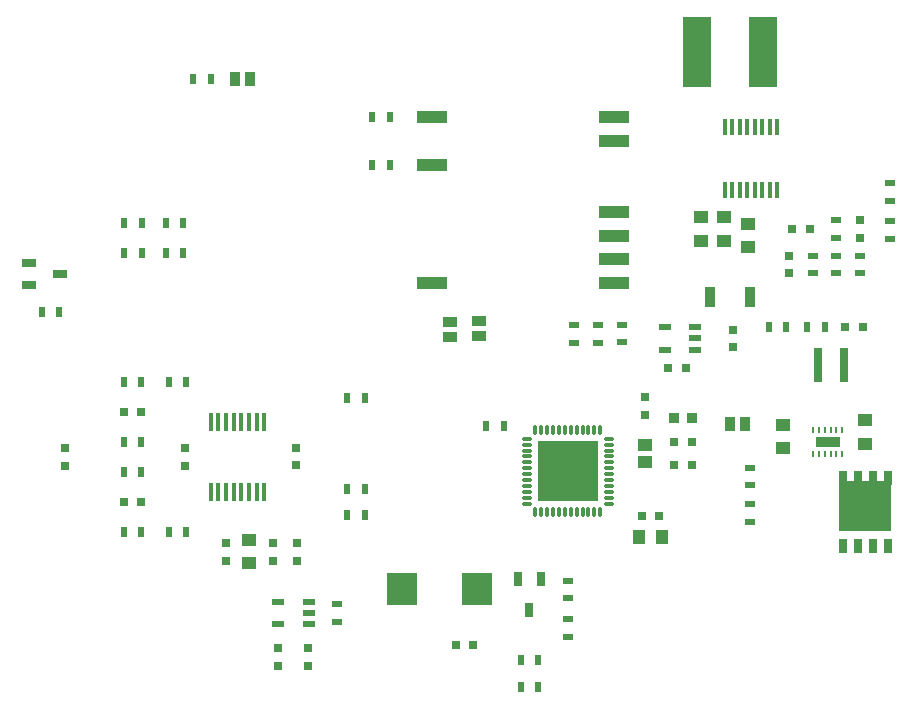
<source format=gtp>
G04 #@! TF.FileFunction,Paste,Top*
%FSLAX46Y46*%
G04 Gerber Fmt 4.6, Leading zero omitted, Abs format (unit mm)*
G04 Created by KiCad (PCBNEW 4.0.7) date 2018 November 22, Thursday 00:19:32*
%MOMM*%
%LPD*%
G01*
G04 APERTURE LIST*
%ADD10C,0.050000*%
%ADD11R,0.750000X0.800000*%
%ADD12R,0.800000X0.750000*%
%ADD13R,0.889000X0.889000*%
%ADD14R,0.900000X0.500000*%
%ADD15R,0.500000X0.900000*%
%ADD16O,0.280000X0.850000*%
%ADD17O,0.850000X0.280000*%
%ADD18R,5.100000X5.100000*%
%ADD19R,0.450000X1.500000*%
%ADD20R,1.249680X0.998220*%
%ADD21R,2.450000X5.900000*%
%ADD22R,0.800000X2.900000*%
%ADD23R,0.381000X1.397000*%
%ADD24R,2.500000X1.100000*%
%ADD25R,1.270000X0.965200*%
%ADD26R,0.700000X1.200000*%
%ADD27R,4.500000X4.290000*%
%ADD28R,1.550000X1.600000*%
%ADD29R,1.550000X1.200000*%
%ADD30R,2.000000X0.900000*%
%ADD31R,0.250000X0.600000*%
%ADD32R,0.650000X1.220000*%
%ADD33R,1.220000X0.650000*%
%ADD34R,1.250000X1.000000*%
%ADD35R,1.000000X1.250000*%
%ADD36R,2.550000X2.700000*%
%ADD37R,1.000000X0.550000*%
%ADD38R,0.965200X1.270000*%
%ADD39R,0.900000X1.700000*%
G04 APERTURE END LIST*
D10*
G36*
X55675000Y20575000D02*
X55675000Y19425000D01*
X56825000Y19425000D01*
X56825000Y20575000D01*
X55675000Y20575000D01*
G37*
G36*
X57125000Y20575000D02*
X57125000Y19425000D01*
X58275000Y19425000D01*
X58275000Y20575000D01*
X57125000Y20575000D01*
G37*
G36*
X57125000Y19125000D02*
X57125000Y17975000D01*
X58275000Y17975000D01*
X58275000Y19125000D01*
X57125000Y19125000D01*
G37*
G36*
X55675000Y19125000D02*
X55675000Y17975000D01*
X56825000Y17975000D01*
X56825000Y19125000D01*
X55675000Y19125000D01*
G37*
G36*
X54225000Y19125000D02*
X54225000Y17975000D01*
X55375000Y17975000D01*
X55375000Y19125000D01*
X54225000Y19125000D01*
G37*
G36*
X54225000Y20575000D02*
X54225000Y19425000D01*
X55375000Y19425000D01*
X55375000Y20575000D01*
X54225000Y20575000D01*
G37*
G36*
X54225000Y22025000D02*
X54225000Y20875000D01*
X55375000Y20875000D01*
X55375000Y22025000D01*
X54225000Y22025000D01*
G37*
G36*
X55675000Y22025000D02*
X55675000Y20875000D01*
X56825000Y20875000D01*
X56825000Y22025000D01*
X55675000Y22025000D01*
G37*
G36*
X57125000Y22025000D02*
X57125000Y20875000D01*
X58275000Y20875000D01*
X58275000Y22025000D01*
X57125000Y22025000D01*
G37*
D11*
X62750000Y24750000D03*
X62750000Y26250000D03*
D12*
X65250000Y22500000D03*
X66750000Y22500000D03*
X65250000Y20500000D03*
X66750000Y20500000D03*
X64000000Y16205000D03*
X62500000Y16205000D03*
X46750000Y5250000D03*
X48250000Y5250000D03*
X79750000Y32250000D03*
X81250000Y32250000D03*
D11*
X13690000Y21940000D03*
X13690000Y20440000D03*
D12*
X18655000Y25000000D03*
X20155000Y25000000D03*
X18655000Y17380000D03*
X20155000Y17380000D03*
D11*
X23850000Y20440000D03*
X23850000Y21940000D03*
X33250000Y20500000D03*
X33250000Y22000000D03*
X33295000Y13940000D03*
X33295000Y12440000D03*
X31295000Y12440000D03*
X31295000Y13940000D03*
X27295000Y12440000D03*
X27295000Y13940000D03*
D13*
X65250000Y24500000D03*
X66774000Y24500000D03*
D14*
X71640000Y18805000D03*
X71640000Y20305000D03*
X71640000Y15705000D03*
X71640000Y17205000D03*
X81000000Y38250000D03*
X81000000Y36750000D03*
X79000000Y41250000D03*
X79000000Y39750000D03*
X79000000Y36750000D03*
X79000000Y38250000D03*
X56240000Y5955000D03*
X56240000Y7455000D03*
X83490000Y42905000D03*
X83490000Y44405000D03*
X83490000Y41205000D03*
X83490000Y39705000D03*
D15*
X73250000Y32250000D03*
X74750000Y32250000D03*
X76500000Y32250000D03*
X78000000Y32250000D03*
X39690000Y49955000D03*
X41190000Y49955000D03*
X20155000Y19920000D03*
X18655000Y19920000D03*
X20155000Y22460000D03*
X18655000Y22460000D03*
X20155000Y27540000D03*
X18655000Y27540000D03*
X20155000Y14840000D03*
X18655000Y14840000D03*
X23965000Y14840000D03*
X22465000Y14840000D03*
X23965000Y27540000D03*
X22465000Y27540000D03*
X39045000Y26190000D03*
X37545000Y26190000D03*
X39045000Y18510000D03*
X37545000Y18510000D03*
X39045000Y16310000D03*
X37545000Y16310000D03*
X13200000Y33500000D03*
X11700000Y33500000D03*
X20200000Y41000000D03*
X18700000Y41000000D03*
X18700000Y38500000D03*
X20200000Y38500000D03*
X23700000Y41000000D03*
X22200000Y41000000D03*
X22200000Y38500000D03*
X23700000Y38500000D03*
D16*
X59000000Y23475000D03*
X58500000Y23475000D03*
X58000000Y23475000D03*
X57500000Y23475000D03*
X57000000Y23475000D03*
X56500000Y23475000D03*
X56000000Y23475000D03*
X55500000Y23475000D03*
X55000000Y23475000D03*
X54500000Y23475000D03*
X54000000Y23475000D03*
X53500000Y23475000D03*
D17*
X52775000Y22750000D03*
X52775000Y22250000D03*
X52775000Y21750000D03*
X52775000Y21250000D03*
X52775000Y20750000D03*
X52775000Y20250000D03*
X52775000Y19750000D03*
X52775000Y19250000D03*
X52775000Y18750000D03*
X52775000Y18250000D03*
X52775000Y17750000D03*
X52775000Y17250000D03*
D16*
X53500000Y16525000D03*
X54000000Y16525000D03*
X54500000Y16525000D03*
X55000000Y16525000D03*
X55500000Y16525000D03*
X56000000Y16525000D03*
X56500000Y16525000D03*
X57000000Y16525000D03*
X57500000Y16525000D03*
X58000000Y16525000D03*
X58500000Y16525000D03*
X59000000Y16525000D03*
D17*
X59725000Y17250000D03*
X59725000Y17750000D03*
X59725000Y18250000D03*
X59725000Y18750000D03*
X59725000Y19250000D03*
X59725000Y19750000D03*
X59725000Y20250000D03*
X59725000Y20750000D03*
X59725000Y21250000D03*
X59725000Y21750000D03*
X59725000Y22250000D03*
X59725000Y22750000D03*
D18*
X56250000Y20000000D03*
D19*
X30570000Y24140000D03*
X29920000Y24140000D03*
X29270000Y24140000D03*
X28620000Y24140000D03*
X27970000Y24140000D03*
X27320000Y24140000D03*
X26670000Y24140000D03*
X26020000Y24140000D03*
X26020000Y18240000D03*
X26670000Y18240000D03*
X27320000Y18240000D03*
X27970000Y18240000D03*
X28620000Y18240000D03*
X29270000Y18240000D03*
X29920000Y18240000D03*
X30570000Y18240000D03*
D20*
X62750000Y22249300D03*
X62750000Y20750700D03*
D11*
X75000000Y36750000D03*
X75000000Y38250000D03*
D12*
X76750000Y40500000D03*
X75250000Y40500000D03*
D11*
X81000000Y39750000D03*
X81000000Y41250000D03*
D21*
X72775000Y55500000D03*
X67225000Y55500000D03*
D22*
X79600000Y29000000D03*
X77400000Y29000000D03*
D14*
X77000000Y36750000D03*
X77000000Y38250000D03*
D23*
X73972500Y49167000D03*
X73337500Y49167000D03*
X72702500Y49167000D03*
X72067500Y49167000D03*
X71432500Y49167000D03*
X70797500Y49167000D03*
X70162500Y49167000D03*
X69527500Y49167000D03*
X69527500Y43833000D03*
X70162500Y43833000D03*
X70797500Y43833000D03*
X71432500Y43833000D03*
X72067500Y43833000D03*
X72702500Y43833000D03*
X73337500Y43833000D03*
X73972500Y43833000D03*
D15*
X41190000Y45955000D03*
X39690000Y45955000D03*
D14*
X60840000Y30905000D03*
X60840000Y32405000D03*
X56740000Y30895000D03*
X56740000Y32395000D03*
X58835000Y30895000D03*
X58835000Y32395000D03*
D24*
X44740000Y49955000D03*
X44740000Y45955000D03*
X44740000Y35955000D03*
X60140000Y35955000D03*
X60140000Y37955000D03*
X60140000Y39955000D03*
X60140000Y41955000D03*
X60140000Y47955000D03*
X60140000Y49955000D03*
D25*
X48690000Y31435000D03*
X48690000Y32705000D03*
D26*
X79530000Y13655000D03*
X80800000Y13655000D03*
X82080000Y13655000D03*
X83350000Y13655000D03*
X83350000Y19455000D03*
X82080000Y19455000D03*
X80800000Y19455000D03*
X79530000Y19455000D03*
D27*
X81440000Y17055000D03*
D28*
X80350000Y17805000D03*
X82530000Y17805000D03*
D29*
X80350000Y15805000D03*
X82530000Y15805000D03*
D30*
X78250000Y22500000D03*
D31*
X78500000Y23500000D03*
X79500000Y23500000D03*
X79000000Y23500000D03*
X78000000Y23500000D03*
X77500000Y23500000D03*
X77000000Y23500000D03*
X77000000Y21500000D03*
X77500000Y21500000D03*
X78000000Y21500000D03*
X78500000Y21500000D03*
X79000000Y21500000D03*
X79500000Y21500000D03*
D32*
X53950000Y10870000D03*
X52050000Y10870000D03*
X53000000Y8250000D03*
D33*
X10635000Y37660000D03*
X10635000Y35760000D03*
X13255000Y36710000D03*
D34*
X81440000Y24305000D03*
X81440000Y22305000D03*
X71500000Y40955000D03*
X71500000Y38955000D03*
X74440000Y23955000D03*
X74440000Y21955000D03*
X67500000Y41500000D03*
X67500000Y39500000D03*
X69500000Y41500000D03*
X69500000Y39500000D03*
D35*
X64250000Y14455000D03*
X62250000Y14455000D03*
D36*
X48560000Y10005000D03*
X42210000Y10005000D03*
D34*
X29295000Y12190000D03*
X29295000Y14190000D03*
D15*
X50860000Y23805000D03*
X49360000Y23805000D03*
D14*
X56250000Y10750000D03*
X56250000Y9250000D03*
D15*
X53750000Y1750000D03*
X52250000Y1750000D03*
X53750000Y4000000D03*
X52250000Y4000000D03*
D11*
X34250000Y5000000D03*
X34250000Y3500000D03*
X31750000Y5000000D03*
X31750000Y3500000D03*
D14*
X36750000Y7250000D03*
X36750000Y8750000D03*
D37*
X34300000Y7050000D03*
X34300000Y8000000D03*
X34300000Y8950000D03*
X31700000Y8950000D03*
X31700000Y7050000D03*
D38*
X29385000Y53250000D03*
X28115000Y53250000D03*
D15*
X26000000Y53250000D03*
X24500000Y53250000D03*
D12*
X64750000Y28750000D03*
X66250000Y28750000D03*
D37*
X67050000Y30300000D03*
X67050000Y31250000D03*
X67050000Y32200000D03*
X64450000Y32200000D03*
X64450000Y30300000D03*
D11*
X70250000Y32000000D03*
X70250000Y30500000D03*
D38*
X71270000Y24000000D03*
X70000000Y24000000D03*
D39*
X71700000Y34750000D03*
X68300000Y34750000D03*
D25*
X46250000Y31365000D03*
X46250000Y32635000D03*
M02*

</source>
